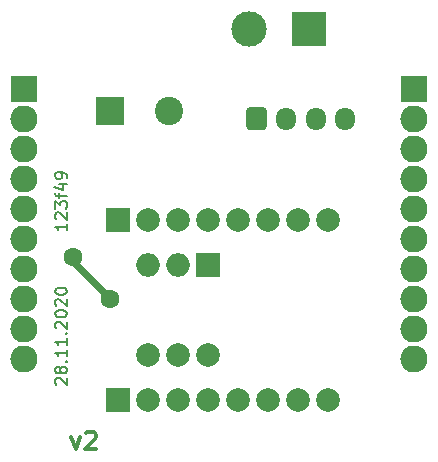
<source format=gbr>
G04 #@! TF.GenerationSoftware,KiCad,Pcbnew,(5.1.8)-1*
G04 #@! TF.CreationDate,2020-11-28T01:47:50+03:00*
G04 #@! TF.ProjectId,A4988,41343938-382e-46b6-9963-61645f706362,rev?*
G04 #@! TF.SameCoordinates,Original*
G04 #@! TF.FileFunction,Copper,L1,Top*
G04 #@! TF.FilePolarity,Positive*
%FSLAX46Y46*%
G04 Gerber Fmt 4.6, Leading zero omitted, Abs format (unit mm)*
G04 Created by KiCad (PCBNEW (5.1.8)-1) date 2020-11-28 01:47:50*
%MOMM*%
%LPD*%
G01*
G04 APERTURE LIST*
G04 #@! TA.AperFunction,NonConductor*
%ADD10C,0.200000*%
G04 #@! TD*
G04 #@! TA.AperFunction,NonConductor*
%ADD11C,0.300000*%
G04 #@! TD*
G04 #@! TA.AperFunction,ComponentPad*
%ADD12R,2.300000X2.300000*%
G04 #@! TD*
G04 #@! TA.AperFunction,ComponentPad*
%ADD13O,2.300000X2.300000*%
G04 #@! TD*
G04 #@! TA.AperFunction,ComponentPad*
%ADD14R,2.400000X2.400000*%
G04 #@! TD*
G04 #@! TA.AperFunction,ComponentPad*
%ADD15C,2.400000*%
G04 #@! TD*
G04 #@! TA.AperFunction,ComponentPad*
%ADD16R,2.000000X2.000000*%
G04 #@! TD*
G04 #@! TA.AperFunction,ComponentPad*
%ADD17C,2.000000*%
G04 #@! TD*
G04 #@! TA.AperFunction,ComponentPad*
%ADD18O,1.700000X1.950000*%
G04 #@! TD*
G04 #@! TA.AperFunction,ComponentPad*
%ADD19O,2.000000X2.000000*%
G04 #@! TD*
G04 #@! TA.AperFunction,ComponentPad*
%ADD20R,3.000000X3.000000*%
G04 #@! TD*
G04 #@! TA.AperFunction,ComponentPad*
%ADD21C,3.000000*%
G04 #@! TD*
G04 #@! TA.AperFunction,ViaPad*
%ADD22C,1.600000*%
G04 #@! TD*
G04 #@! TA.AperFunction,Conductor*
%ADD23C,0.600000*%
G04 #@! TD*
G04 APERTURE END LIST*
D10*
X96337380Y-71119761D02*
X96337380Y-71691190D01*
X96337380Y-71405476D02*
X95337380Y-71405476D01*
X95480238Y-71500714D01*
X95575476Y-71595952D01*
X95623095Y-71691190D01*
X95432619Y-70738809D02*
X95385000Y-70691190D01*
X95337380Y-70595952D01*
X95337380Y-70357857D01*
X95385000Y-70262619D01*
X95432619Y-70215000D01*
X95527857Y-70167380D01*
X95623095Y-70167380D01*
X95765952Y-70215000D01*
X96337380Y-70786428D01*
X96337380Y-70167380D01*
X95337380Y-69834047D02*
X95337380Y-69215000D01*
X95718333Y-69548333D01*
X95718333Y-69405476D01*
X95765952Y-69310238D01*
X95813571Y-69262619D01*
X95908809Y-69215000D01*
X96146904Y-69215000D01*
X96242142Y-69262619D01*
X96289761Y-69310238D01*
X96337380Y-69405476D01*
X96337380Y-69691190D01*
X96289761Y-69786428D01*
X96242142Y-69834047D01*
X95670714Y-68929285D02*
X95670714Y-68548333D01*
X96337380Y-68786428D02*
X95480238Y-68786428D01*
X95385000Y-68738809D01*
X95337380Y-68643571D01*
X95337380Y-68548333D01*
X95670714Y-67786428D02*
X96337380Y-67786428D01*
X95289761Y-68024523D02*
X96004047Y-68262619D01*
X96004047Y-67643571D01*
X96337380Y-67215000D02*
X96337380Y-67024523D01*
X96289761Y-66929285D01*
X96242142Y-66881666D01*
X96099285Y-66786428D01*
X95908809Y-66738809D01*
X95527857Y-66738809D01*
X95432619Y-66786428D01*
X95385000Y-66834047D01*
X95337380Y-66929285D01*
X95337380Y-67119761D01*
X95385000Y-67215000D01*
X95432619Y-67262619D01*
X95527857Y-67310238D01*
X95765952Y-67310238D01*
X95861190Y-67262619D01*
X95908809Y-67215000D01*
X95956428Y-67119761D01*
X95956428Y-66929285D01*
X95908809Y-66834047D01*
X95861190Y-66786428D01*
X95765952Y-66738809D01*
D11*
X96718571Y-89213571D02*
X97075714Y-90213571D01*
X97432857Y-89213571D01*
X97932857Y-88856428D02*
X98004285Y-88785000D01*
X98147142Y-88713571D01*
X98504285Y-88713571D01*
X98647142Y-88785000D01*
X98718571Y-88856428D01*
X98790000Y-88999285D01*
X98790000Y-89142142D01*
X98718571Y-89356428D01*
X97861428Y-90213571D01*
X98790000Y-90213571D01*
D10*
X95432619Y-84740238D02*
X95385000Y-84692619D01*
X95337380Y-84597380D01*
X95337380Y-84359285D01*
X95385000Y-84264047D01*
X95432619Y-84216428D01*
X95527857Y-84168809D01*
X95623095Y-84168809D01*
X95765952Y-84216428D01*
X96337380Y-84787857D01*
X96337380Y-84168809D01*
X95765952Y-83597380D02*
X95718333Y-83692619D01*
X95670714Y-83740238D01*
X95575476Y-83787857D01*
X95527857Y-83787857D01*
X95432619Y-83740238D01*
X95385000Y-83692619D01*
X95337380Y-83597380D01*
X95337380Y-83406904D01*
X95385000Y-83311666D01*
X95432619Y-83264047D01*
X95527857Y-83216428D01*
X95575476Y-83216428D01*
X95670714Y-83264047D01*
X95718333Y-83311666D01*
X95765952Y-83406904D01*
X95765952Y-83597380D01*
X95813571Y-83692619D01*
X95861190Y-83740238D01*
X95956428Y-83787857D01*
X96146904Y-83787857D01*
X96242142Y-83740238D01*
X96289761Y-83692619D01*
X96337380Y-83597380D01*
X96337380Y-83406904D01*
X96289761Y-83311666D01*
X96242142Y-83264047D01*
X96146904Y-83216428D01*
X95956428Y-83216428D01*
X95861190Y-83264047D01*
X95813571Y-83311666D01*
X95765952Y-83406904D01*
X96242142Y-82787857D02*
X96289761Y-82740238D01*
X96337380Y-82787857D01*
X96289761Y-82835476D01*
X96242142Y-82787857D01*
X96337380Y-82787857D01*
X96337380Y-81787857D02*
X96337380Y-82359285D01*
X96337380Y-82073571D02*
X95337380Y-82073571D01*
X95480238Y-82168809D01*
X95575476Y-82264047D01*
X95623095Y-82359285D01*
X96337380Y-80835476D02*
X96337380Y-81406904D01*
X96337380Y-81121190D02*
X95337380Y-81121190D01*
X95480238Y-81216428D01*
X95575476Y-81311666D01*
X95623095Y-81406904D01*
X96242142Y-80406904D02*
X96289761Y-80359285D01*
X96337380Y-80406904D01*
X96289761Y-80454523D01*
X96242142Y-80406904D01*
X96337380Y-80406904D01*
X95432619Y-79978333D02*
X95385000Y-79930714D01*
X95337380Y-79835476D01*
X95337380Y-79597380D01*
X95385000Y-79502142D01*
X95432619Y-79454523D01*
X95527857Y-79406904D01*
X95623095Y-79406904D01*
X95765952Y-79454523D01*
X96337380Y-80025952D01*
X96337380Y-79406904D01*
X95337380Y-78787857D02*
X95337380Y-78692619D01*
X95385000Y-78597380D01*
X95432619Y-78549761D01*
X95527857Y-78502142D01*
X95718333Y-78454523D01*
X95956428Y-78454523D01*
X96146904Y-78502142D01*
X96242142Y-78549761D01*
X96289761Y-78597380D01*
X96337380Y-78692619D01*
X96337380Y-78787857D01*
X96289761Y-78883095D01*
X96242142Y-78930714D01*
X96146904Y-78978333D01*
X95956428Y-79025952D01*
X95718333Y-79025952D01*
X95527857Y-78978333D01*
X95432619Y-78930714D01*
X95385000Y-78883095D01*
X95337380Y-78787857D01*
X95432619Y-78073571D02*
X95385000Y-78025952D01*
X95337380Y-77930714D01*
X95337380Y-77692619D01*
X95385000Y-77597380D01*
X95432619Y-77549761D01*
X95527857Y-77502142D01*
X95623095Y-77502142D01*
X95765952Y-77549761D01*
X96337380Y-78121190D01*
X96337380Y-77502142D01*
X95337380Y-76883095D02*
X95337380Y-76787857D01*
X95385000Y-76692619D01*
X95432619Y-76645000D01*
X95527857Y-76597380D01*
X95718333Y-76549761D01*
X95956428Y-76549761D01*
X96146904Y-76597380D01*
X96242142Y-76645000D01*
X96289761Y-76692619D01*
X96337380Y-76787857D01*
X96337380Y-76883095D01*
X96289761Y-76978333D01*
X96242142Y-77025952D01*
X96146904Y-77073571D01*
X95956428Y-77121190D01*
X95718333Y-77121190D01*
X95527857Y-77073571D01*
X95432619Y-77025952D01*
X95385000Y-76978333D01*
X95337380Y-76883095D01*
D12*
X92710000Y-59690000D03*
D13*
X92710000Y-62230000D03*
X92710000Y-64770000D03*
X92710000Y-67310000D03*
X92710000Y-69850000D03*
X92710000Y-72390000D03*
X92710000Y-74930000D03*
X92710000Y-77470000D03*
X92710000Y-80010000D03*
X92710000Y-82550000D03*
X125730000Y-82550000D03*
X125730000Y-80010000D03*
X125730000Y-77470000D03*
X125730000Y-74930000D03*
X125730000Y-72390000D03*
X125730000Y-69850000D03*
X125730000Y-67310000D03*
X125730000Y-64770000D03*
X125730000Y-62230000D03*
D12*
X125730000Y-59690000D03*
D14*
X100012500Y-61595000D03*
D15*
X105012500Y-61595000D03*
D16*
X100647500Y-86042500D03*
D17*
X103187500Y-86042500D03*
X105727500Y-86042500D03*
X108267500Y-86042500D03*
X110807500Y-86042500D03*
X113347500Y-86042500D03*
X115887500Y-86042500D03*
X118427500Y-86042500D03*
X118427500Y-70802500D03*
X115887500Y-70802500D03*
X113347500Y-70802500D03*
X110807500Y-70802500D03*
X108267500Y-70802500D03*
X105727500Y-70802500D03*
X103187500Y-70802500D03*
D16*
X100647500Y-70802500D03*
G04 #@! TA.AperFunction,ComponentPad*
G36*
G01*
X111545000Y-62955000D02*
X111545000Y-61505000D01*
G75*
G02*
X111795000Y-61255000I250000J0D01*
G01*
X112995000Y-61255000D01*
G75*
G02*
X113245000Y-61505000I0J-250000D01*
G01*
X113245000Y-62955000D01*
G75*
G02*
X112995000Y-63205000I-250000J0D01*
G01*
X111795000Y-63205000D01*
G75*
G02*
X111545000Y-62955000I0J250000D01*
G01*
G37*
G04 #@! TD.AperFunction*
D18*
X114895000Y-62230000D03*
X117395000Y-62230000D03*
X119895000Y-62230000D03*
D16*
X108267500Y-74612500D03*
D17*
X103187500Y-82232500D03*
D19*
X105727500Y-74612500D03*
D17*
X105727500Y-82232500D03*
D19*
X103187500Y-74612500D03*
D17*
X108267500Y-82232500D03*
D20*
X116840000Y-54610000D03*
D21*
X111760000Y-54610000D03*
D22*
X100012500Y-77470000D03*
X96837500Y-73977500D03*
D23*
X96837500Y-74295000D02*
X100012500Y-77470000D01*
M02*

</source>
